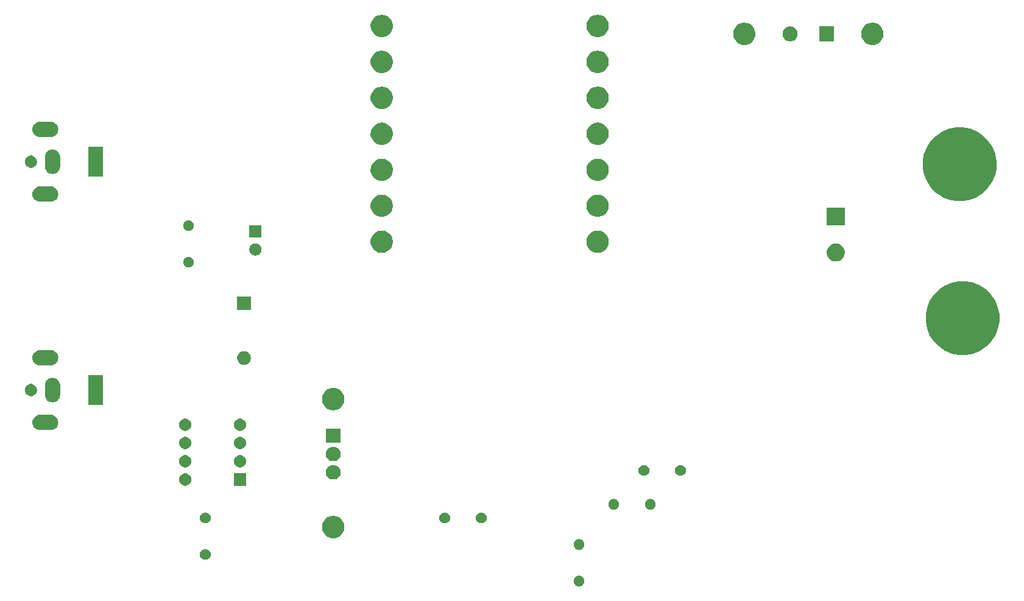
<source format=gbs>
G04 #@! TF.GenerationSoftware,KiCad,Pcbnew,(5.1.5)-3*
G04 #@! TF.CreationDate,2020-06-24T22:18:20+03:00*
G04 #@! TF.ProjectId,Hardwareproject,48617264-7761-4726-9570-726f6a656374,rev?*
G04 #@! TF.SameCoordinates,Original*
G04 #@! TF.FileFunction,Soldermask,Bot*
G04 #@! TF.FilePolarity,Negative*
%FSLAX46Y46*%
G04 Gerber Fmt 4.6, Leading zero omitted, Abs format (unit mm)*
G04 Created by KiCad (PCBNEW (5.1.5)-3) date 2020-06-24 22:18:20*
%MOMM*%
%LPD*%
G04 APERTURE LIST*
%ADD10C,0.100000*%
G04 APERTURE END LIST*
D10*
G36*
X108042059Y-122340860D02*
G01*
X108178732Y-122397472D01*
X108301735Y-122479660D01*
X108406340Y-122584265D01*
X108488528Y-122707268D01*
X108545140Y-122843941D01*
X108574000Y-122989033D01*
X108574000Y-123136967D01*
X108545140Y-123282059D01*
X108488528Y-123418732D01*
X108406340Y-123541735D01*
X108301735Y-123646340D01*
X108178732Y-123728528D01*
X108178731Y-123728529D01*
X108178730Y-123728529D01*
X108042059Y-123785140D01*
X107896968Y-123814000D01*
X107749032Y-123814000D01*
X107603941Y-123785140D01*
X107467270Y-123728529D01*
X107467269Y-123728529D01*
X107467268Y-123728528D01*
X107344265Y-123646340D01*
X107239660Y-123541735D01*
X107157472Y-123418732D01*
X107100860Y-123282059D01*
X107072000Y-123136967D01*
X107072000Y-122989033D01*
X107100860Y-122843941D01*
X107157472Y-122707268D01*
X107239660Y-122584265D01*
X107344265Y-122479660D01*
X107467268Y-122397472D01*
X107603941Y-122340860D01*
X107749032Y-122312000D01*
X107896968Y-122312000D01*
X108042059Y-122340860D01*
G37*
G36*
X56052143Y-118648528D02*
G01*
X56099059Y-118657860D01*
X56235732Y-118714472D01*
X56358735Y-118796660D01*
X56463340Y-118901265D01*
X56545528Y-119024268D01*
X56602140Y-119160941D01*
X56631000Y-119306033D01*
X56631000Y-119453967D01*
X56602140Y-119599059D01*
X56545528Y-119735732D01*
X56463340Y-119858735D01*
X56358735Y-119963340D01*
X56235732Y-120045528D01*
X56235731Y-120045529D01*
X56235730Y-120045529D01*
X56099059Y-120102140D01*
X55953968Y-120131000D01*
X55806032Y-120131000D01*
X55660941Y-120102140D01*
X55524270Y-120045529D01*
X55524269Y-120045529D01*
X55524268Y-120045528D01*
X55401265Y-119963340D01*
X55296660Y-119858735D01*
X55214472Y-119735732D01*
X55157860Y-119599059D01*
X55129000Y-119453967D01*
X55129000Y-119306033D01*
X55157860Y-119160941D01*
X55214472Y-119024268D01*
X55296660Y-118901265D01*
X55401265Y-118796660D01*
X55524268Y-118714472D01*
X55660941Y-118657860D01*
X55707857Y-118648528D01*
X55806032Y-118629000D01*
X55953968Y-118629000D01*
X56052143Y-118648528D01*
G37*
G36*
X108042059Y-117260860D02*
G01*
X108178732Y-117317472D01*
X108301735Y-117399660D01*
X108406340Y-117504265D01*
X108488528Y-117627268D01*
X108545140Y-117763941D01*
X108574000Y-117909033D01*
X108574000Y-118056967D01*
X108545140Y-118202059D01*
X108488528Y-118338732D01*
X108406340Y-118461735D01*
X108301735Y-118566340D01*
X108178732Y-118648528D01*
X108178731Y-118648529D01*
X108178730Y-118648529D01*
X108042059Y-118705140D01*
X107896968Y-118734000D01*
X107749032Y-118734000D01*
X107603941Y-118705140D01*
X107467270Y-118648529D01*
X107467269Y-118648529D01*
X107467268Y-118648528D01*
X107344265Y-118566340D01*
X107239660Y-118461735D01*
X107157472Y-118338732D01*
X107100860Y-118202059D01*
X107072000Y-118056967D01*
X107072000Y-117909033D01*
X107100860Y-117763941D01*
X107157472Y-117627268D01*
X107239660Y-117504265D01*
X107344265Y-117399660D01*
X107467268Y-117317472D01*
X107603941Y-117260860D01*
X107749032Y-117232000D01*
X107896968Y-117232000D01*
X108042059Y-117260860D01*
G37*
G36*
X73962585Y-114058802D02*
G01*
X74112410Y-114088604D01*
X74394674Y-114205521D01*
X74648705Y-114375259D01*
X74864741Y-114591295D01*
X75034479Y-114845326D01*
X75151396Y-115127590D01*
X75211000Y-115427240D01*
X75211000Y-115732760D01*
X75151396Y-116032410D01*
X75034479Y-116314674D01*
X74864741Y-116568705D01*
X74648705Y-116784741D01*
X74394674Y-116954479D01*
X74112410Y-117071396D01*
X73962585Y-117101198D01*
X73812761Y-117131000D01*
X73507239Y-117131000D01*
X73357415Y-117101198D01*
X73207590Y-117071396D01*
X72925326Y-116954479D01*
X72671295Y-116784741D01*
X72455259Y-116568705D01*
X72285521Y-116314674D01*
X72168604Y-116032410D01*
X72109000Y-115732760D01*
X72109000Y-115427240D01*
X72168604Y-115127590D01*
X72285521Y-114845326D01*
X72455259Y-114591295D01*
X72671295Y-114375259D01*
X72925326Y-114205521D01*
X73207590Y-114088604D01*
X73357415Y-114058802D01*
X73507239Y-114029000D01*
X73812761Y-114029000D01*
X73962585Y-114058802D01*
G37*
G36*
X94453059Y-113577860D02*
G01*
X94589732Y-113634472D01*
X94712735Y-113716660D01*
X94817340Y-113821265D01*
X94899528Y-113944268D01*
X94956140Y-114080941D01*
X94985000Y-114226033D01*
X94985000Y-114373967D01*
X94956140Y-114519059D01*
X94899528Y-114655732D01*
X94817340Y-114778735D01*
X94712735Y-114883340D01*
X94589732Y-114965528D01*
X94589731Y-114965529D01*
X94589730Y-114965529D01*
X94453059Y-115022140D01*
X94307968Y-115051000D01*
X94160032Y-115051000D01*
X94014941Y-115022140D01*
X93878270Y-114965529D01*
X93878269Y-114965529D01*
X93878268Y-114965528D01*
X93755265Y-114883340D01*
X93650660Y-114778735D01*
X93568472Y-114655732D01*
X93511860Y-114519059D01*
X93483000Y-114373967D01*
X93483000Y-114226033D01*
X93511860Y-114080941D01*
X93568472Y-113944268D01*
X93650660Y-113821265D01*
X93755265Y-113716660D01*
X93878268Y-113634472D01*
X94014941Y-113577860D01*
X94160032Y-113549000D01*
X94307968Y-113549000D01*
X94453059Y-113577860D01*
G37*
G36*
X89373059Y-113577860D02*
G01*
X89509732Y-113634472D01*
X89632735Y-113716660D01*
X89737340Y-113821265D01*
X89819528Y-113944268D01*
X89876140Y-114080941D01*
X89905000Y-114226033D01*
X89905000Y-114373967D01*
X89876140Y-114519059D01*
X89819528Y-114655732D01*
X89737340Y-114778735D01*
X89632735Y-114883340D01*
X89509732Y-114965528D01*
X89509731Y-114965529D01*
X89509730Y-114965529D01*
X89373059Y-115022140D01*
X89227968Y-115051000D01*
X89080032Y-115051000D01*
X88934941Y-115022140D01*
X88798270Y-114965529D01*
X88798269Y-114965529D01*
X88798268Y-114965528D01*
X88675265Y-114883340D01*
X88570660Y-114778735D01*
X88488472Y-114655732D01*
X88431860Y-114519059D01*
X88403000Y-114373967D01*
X88403000Y-114226033D01*
X88431860Y-114080941D01*
X88488472Y-113944268D01*
X88570660Y-113821265D01*
X88675265Y-113716660D01*
X88798268Y-113634472D01*
X88934941Y-113577860D01*
X89080032Y-113549000D01*
X89227968Y-113549000D01*
X89373059Y-113577860D01*
G37*
G36*
X56099059Y-113577860D02*
G01*
X56235732Y-113634472D01*
X56358735Y-113716660D01*
X56463340Y-113821265D01*
X56545528Y-113944268D01*
X56602140Y-114080941D01*
X56631000Y-114226033D01*
X56631000Y-114373967D01*
X56602140Y-114519059D01*
X56545528Y-114655732D01*
X56463340Y-114778735D01*
X56358735Y-114883340D01*
X56235732Y-114965528D01*
X56235731Y-114965529D01*
X56235730Y-114965529D01*
X56099059Y-115022140D01*
X55953968Y-115051000D01*
X55806032Y-115051000D01*
X55660941Y-115022140D01*
X55524270Y-114965529D01*
X55524269Y-114965529D01*
X55524268Y-114965528D01*
X55401265Y-114883340D01*
X55296660Y-114778735D01*
X55214472Y-114655732D01*
X55157860Y-114519059D01*
X55129000Y-114373967D01*
X55129000Y-114226033D01*
X55157860Y-114080941D01*
X55214472Y-113944268D01*
X55296660Y-113821265D01*
X55401265Y-113716660D01*
X55524268Y-113634472D01*
X55660941Y-113577860D01*
X55806032Y-113549000D01*
X55953968Y-113549000D01*
X56099059Y-113577860D01*
G37*
G36*
X112868059Y-111672860D02*
G01*
X113004732Y-111729472D01*
X113127735Y-111811660D01*
X113232340Y-111916265D01*
X113314528Y-112039268D01*
X113371140Y-112175941D01*
X113400000Y-112321033D01*
X113400000Y-112468967D01*
X113371140Y-112614059D01*
X113314528Y-112750732D01*
X113232340Y-112873735D01*
X113127735Y-112978340D01*
X113004732Y-113060528D01*
X113004731Y-113060529D01*
X113004730Y-113060529D01*
X112868059Y-113117140D01*
X112722968Y-113146000D01*
X112575032Y-113146000D01*
X112429941Y-113117140D01*
X112293270Y-113060529D01*
X112293269Y-113060529D01*
X112293268Y-113060528D01*
X112170265Y-112978340D01*
X112065660Y-112873735D01*
X111983472Y-112750732D01*
X111926860Y-112614059D01*
X111898000Y-112468967D01*
X111898000Y-112321033D01*
X111926860Y-112175941D01*
X111983472Y-112039268D01*
X112065660Y-111916265D01*
X112170265Y-111811660D01*
X112293268Y-111729472D01*
X112429941Y-111672860D01*
X112575032Y-111644000D01*
X112722968Y-111644000D01*
X112868059Y-111672860D01*
G37*
G36*
X117948059Y-111672860D02*
G01*
X118084732Y-111729472D01*
X118207735Y-111811660D01*
X118312340Y-111916265D01*
X118394528Y-112039268D01*
X118451140Y-112175941D01*
X118480000Y-112321033D01*
X118480000Y-112468967D01*
X118451140Y-112614059D01*
X118394528Y-112750732D01*
X118312340Y-112873735D01*
X118207735Y-112978340D01*
X118084732Y-113060528D01*
X118084731Y-113060529D01*
X118084730Y-113060529D01*
X117948059Y-113117140D01*
X117802968Y-113146000D01*
X117655032Y-113146000D01*
X117509941Y-113117140D01*
X117373270Y-113060529D01*
X117373269Y-113060529D01*
X117373268Y-113060528D01*
X117250265Y-112978340D01*
X117145660Y-112873735D01*
X117063472Y-112750732D01*
X117006860Y-112614059D01*
X116978000Y-112468967D01*
X116978000Y-112321033D01*
X117006860Y-112175941D01*
X117063472Y-112039268D01*
X117145660Y-111916265D01*
X117250265Y-111811660D01*
X117373268Y-111729472D01*
X117509941Y-111672860D01*
X117655032Y-111644000D01*
X117802968Y-111644000D01*
X117948059Y-111672860D01*
G37*
G36*
X61557000Y-109817000D02*
G01*
X59855000Y-109817000D01*
X59855000Y-108115000D01*
X61557000Y-108115000D01*
X61557000Y-109817000D01*
G37*
G36*
X53334228Y-108147703D02*
G01*
X53489100Y-108211853D01*
X53628481Y-108304985D01*
X53747015Y-108423519D01*
X53840147Y-108562900D01*
X53904297Y-108717772D01*
X53937000Y-108882184D01*
X53937000Y-109049816D01*
X53904297Y-109214228D01*
X53840147Y-109369100D01*
X53747015Y-109508481D01*
X53628481Y-109627015D01*
X53489100Y-109720147D01*
X53334228Y-109784297D01*
X53169816Y-109817000D01*
X53002184Y-109817000D01*
X52837772Y-109784297D01*
X52682900Y-109720147D01*
X52543519Y-109627015D01*
X52424985Y-109508481D01*
X52331853Y-109369100D01*
X52267703Y-109214228D01*
X52235000Y-109049816D01*
X52235000Y-108882184D01*
X52267703Y-108717772D01*
X52331853Y-108562900D01*
X52424985Y-108423519D01*
X52543519Y-108304985D01*
X52682900Y-108211853D01*
X52837772Y-108147703D01*
X53002184Y-108115000D01*
X53169816Y-108115000D01*
X53334228Y-108147703D01*
G37*
G36*
X73805936Y-106951340D02*
G01*
X73904220Y-106961020D01*
X74093381Y-107018401D01*
X74267712Y-107111583D01*
X74420515Y-107236985D01*
X74545917Y-107389788D01*
X74639099Y-107564119D01*
X74696480Y-107753280D01*
X74715855Y-107950000D01*
X74696480Y-108146720D01*
X74639099Y-108335881D01*
X74545917Y-108510212D01*
X74420515Y-108663015D01*
X74267712Y-108788417D01*
X74093381Y-108881599D01*
X73904220Y-108938980D01*
X73805936Y-108948660D01*
X73756795Y-108953500D01*
X73563205Y-108953500D01*
X73514064Y-108948660D01*
X73415780Y-108938980D01*
X73226619Y-108881599D01*
X73052288Y-108788417D01*
X72899485Y-108663015D01*
X72774083Y-108510212D01*
X72680901Y-108335881D01*
X72623520Y-108146720D01*
X72604145Y-107950000D01*
X72623520Y-107753280D01*
X72680901Y-107564119D01*
X72774083Y-107389788D01*
X72899485Y-107236985D01*
X73052288Y-107111583D01*
X73226619Y-107018401D01*
X73415780Y-106961020D01*
X73514064Y-106951340D01*
X73563205Y-106946500D01*
X73756795Y-106946500D01*
X73805936Y-106951340D01*
G37*
G36*
X122139059Y-106973860D02*
G01*
X122275732Y-107030472D01*
X122398735Y-107112660D01*
X122503340Y-107217265D01*
X122585528Y-107340268D01*
X122585529Y-107340270D01*
X122642140Y-107476941D01*
X122659481Y-107564119D01*
X122671000Y-107622033D01*
X122671000Y-107769967D01*
X122642140Y-107915059D01*
X122585528Y-108051732D01*
X122503340Y-108174735D01*
X122398735Y-108279340D01*
X122275732Y-108361528D01*
X122275731Y-108361529D01*
X122275730Y-108361529D01*
X122139059Y-108418140D01*
X121993968Y-108447000D01*
X121846032Y-108447000D01*
X121700941Y-108418140D01*
X121564270Y-108361529D01*
X121564269Y-108361529D01*
X121564268Y-108361528D01*
X121441265Y-108279340D01*
X121336660Y-108174735D01*
X121254472Y-108051732D01*
X121197860Y-107915059D01*
X121169000Y-107769967D01*
X121169000Y-107622033D01*
X121180520Y-107564119D01*
X121197860Y-107476941D01*
X121254471Y-107340270D01*
X121254472Y-107340268D01*
X121336660Y-107217265D01*
X121441265Y-107112660D01*
X121564268Y-107030472D01*
X121700941Y-106973860D01*
X121846032Y-106945000D01*
X121993968Y-106945000D01*
X122139059Y-106973860D01*
G37*
G36*
X117059059Y-106973860D02*
G01*
X117195732Y-107030472D01*
X117318735Y-107112660D01*
X117423340Y-107217265D01*
X117505528Y-107340268D01*
X117505529Y-107340270D01*
X117562140Y-107476941D01*
X117579481Y-107564119D01*
X117591000Y-107622033D01*
X117591000Y-107769967D01*
X117562140Y-107915059D01*
X117505528Y-108051732D01*
X117423340Y-108174735D01*
X117318735Y-108279340D01*
X117195732Y-108361528D01*
X117195731Y-108361529D01*
X117195730Y-108361529D01*
X117059059Y-108418140D01*
X116913968Y-108447000D01*
X116766032Y-108447000D01*
X116620941Y-108418140D01*
X116484270Y-108361529D01*
X116484269Y-108361529D01*
X116484268Y-108361528D01*
X116361265Y-108279340D01*
X116256660Y-108174735D01*
X116174472Y-108051732D01*
X116117860Y-107915059D01*
X116089000Y-107769967D01*
X116089000Y-107622033D01*
X116100520Y-107564119D01*
X116117860Y-107476941D01*
X116174471Y-107340270D01*
X116174472Y-107340268D01*
X116256660Y-107217265D01*
X116361265Y-107112660D01*
X116484268Y-107030472D01*
X116620941Y-106973860D01*
X116766032Y-106945000D01*
X116913968Y-106945000D01*
X117059059Y-106973860D01*
G37*
G36*
X60954228Y-105607703D02*
G01*
X61109100Y-105671853D01*
X61248481Y-105764985D01*
X61367015Y-105883519D01*
X61460147Y-106022900D01*
X61524297Y-106177772D01*
X61557000Y-106342184D01*
X61557000Y-106509816D01*
X61524297Y-106674228D01*
X61460147Y-106829100D01*
X61367015Y-106968481D01*
X61248481Y-107087015D01*
X61109100Y-107180147D01*
X60954228Y-107244297D01*
X60789816Y-107277000D01*
X60622184Y-107277000D01*
X60457772Y-107244297D01*
X60302900Y-107180147D01*
X60163519Y-107087015D01*
X60044985Y-106968481D01*
X59951853Y-106829100D01*
X59887703Y-106674228D01*
X59855000Y-106509816D01*
X59855000Y-106342184D01*
X59887703Y-106177772D01*
X59951853Y-106022900D01*
X60044985Y-105883519D01*
X60163519Y-105764985D01*
X60302900Y-105671853D01*
X60457772Y-105607703D01*
X60622184Y-105575000D01*
X60789816Y-105575000D01*
X60954228Y-105607703D01*
G37*
G36*
X53334228Y-105607703D02*
G01*
X53489100Y-105671853D01*
X53628481Y-105764985D01*
X53747015Y-105883519D01*
X53840147Y-106022900D01*
X53904297Y-106177772D01*
X53937000Y-106342184D01*
X53937000Y-106509816D01*
X53904297Y-106674228D01*
X53840147Y-106829100D01*
X53747015Y-106968481D01*
X53628481Y-107087015D01*
X53489100Y-107180147D01*
X53334228Y-107244297D01*
X53169816Y-107277000D01*
X53002184Y-107277000D01*
X52837772Y-107244297D01*
X52682900Y-107180147D01*
X52543519Y-107087015D01*
X52424985Y-106968481D01*
X52331853Y-106829100D01*
X52267703Y-106674228D01*
X52235000Y-106509816D01*
X52235000Y-106342184D01*
X52267703Y-106177772D01*
X52331853Y-106022900D01*
X52424985Y-105883519D01*
X52543519Y-105764985D01*
X52682900Y-105671853D01*
X52837772Y-105607703D01*
X53002184Y-105575000D01*
X53169816Y-105575000D01*
X53334228Y-105607703D01*
G37*
G36*
X73805936Y-104411340D02*
G01*
X73904220Y-104421020D01*
X74093381Y-104478401D01*
X74267712Y-104571583D01*
X74420515Y-104696985D01*
X74545917Y-104849788D01*
X74639099Y-105024119D01*
X74696480Y-105213280D01*
X74715855Y-105410000D01*
X74696480Y-105606720D01*
X74639099Y-105795881D01*
X74545917Y-105970212D01*
X74420515Y-106123015D01*
X74267712Y-106248417D01*
X74093381Y-106341599D01*
X73904220Y-106398980D01*
X73805936Y-106408660D01*
X73756795Y-106413500D01*
X73563205Y-106413500D01*
X73514064Y-106408660D01*
X73415780Y-106398980D01*
X73226619Y-106341599D01*
X73052288Y-106248417D01*
X72899485Y-106123015D01*
X72774083Y-105970212D01*
X72680901Y-105795881D01*
X72623520Y-105606720D01*
X72604145Y-105410000D01*
X72623520Y-105213280D01*
X72680901Y-105024119D01*
X72774083Y-104849788D01*
X72899485Y-104696985D01*
X73052288Y-104571583D01*
X73226619Y-104478401D01*
X73415780Y-104421020D01*
X73514064Y-104411340D01*
X73563205Y-104406500D01*
X73756795Y-104406500D01*
X73805936Y-104411340D01*
G37*
G36*
X60954228Y-103067703D02*
G01*
X61109100Y-103131853D01*
X61248481Y-103224985D01*
X61367015Y-103343519D01*
X61460147Y-103482900D01*
X61524297Y-103637772D01*
X61557000Y-103802184D01*
X61557000Y-103969816D01*
X61524297Y-104134228D01*
X61460147Y-104289100D01*
X61367015Y-104428481D01*
X61248481Y-104547015D01*
X61109100Y-104640147D01*
X60954228Y-104704297D01*
X60789816Y-104737000D01*
X60622184Y-104737000D01*
X60457772Y-104704297D01*
X60302900Y-104640147D01*
X60163519Y-104547015D01*
X60044985Y-104428481D01*
X59951853Y-104289100D01*
X59887703Y-104134228D01*
X59855000Y-103969816D01*
X59855000Y-103802184D01*
X59887703Y-103637772D01*
X59951853Y-103482900D01*
X60044985Y-103343519D01*
X60163519Y-103224985D01*
X60302900Y-103131853D01*
X60457772Y-103067703D01*
X60622184Y-103035000D01*
X60789816Y-103035000D01*
X60954228Y-103067703D01*
G37*
G36*
X53334228Y-103067703D02*
G01*
X53489100Y-103131853D01*
X53628481Y-103224985D01*
X53747015Y-103343519D01*
X53840147Y-103482900D01*
X53904297Y-103637772D01*
X53937000Y-103802184D01*
X53937000Y-103969816D01*
X53904297Y-104134228D01*
X53840147Y-104289100D01*
X53747015Y-104428481D01*
X53628481Y-104547015D01*
X53489100Y-104640147D01*
X53334228Y-104704297D01*
X53169816Y-104737000D01*
X53002184Y-104737000D01*
X52837772Y-104704297D01*
X52682900Y-104640147D01*
X52543519Y-104547015D01*
X52424985Y-104428481D01*
X52331853Y-104289100D01*
X52267703Y-104134228D01*
X52235000Y-103969816D01*
X52235000Y-103802184D01*
X52267703Y-103637772D01*
X52331853Y-103482900D01*
X52424985Y-103343519D01*
X52543519Y-103224985D01*
X52682900Y-103131853D01*
X52837772Y-103067703D01*
X53002184Y-103035000D01*
X53169816Y-103035000D01*
X53334228Y-103067703D01*
G37*
G36*
X74711000Y-103873500D02*
G01*
X72609000Y-103873500D01*
X72609000Y-101866500D01*
X74711000Y-101866500D01*
X74711000Y-103873500D01*
G37*
G36*
X53334228Y-100527703D02*
G01*
X53489100Y-100591853D01*
X53628481Y-100684985D01*
X53747015Y-100803519D01*
X53840147Y-100942900D01*
X53904297Y-101097772D01*
X53937000Y-101262184D01*
X53937000Y-101429816D01*
X53904297Y-101594228D01*
X53840147Y-101749100D01*
X53747015Y-101888481D01*
X53628481Y-102007015D01*
X53489100Y-102100147D01*
X53334228Y-102164297D01*
X53169816Y-102197000D01*
X53002184Y-102197000D01*
X52837772Y-102164297D01*
X52682900Y-102100147D01*
X52543519Y-102007015D01*
X52424985Y-101888481D01*
X52331853Y-101749100D01*
X52267703Y-101594228D01*
X52235000Y-101429816D01*
X52235000Y-101262184D01*
X52267703Y-101097772D01*
X52331853Y-100942900D01*
X52424985Y-100803519D01*
X52543519Y-100684985D01*
X52682900Y-100591853D01*
X52837772Y-100527703D01*
X53002184Y-100495000D01*
X53169816Y-100495000D01*
X53334228Y-100527703D01*
G37*
G36*
X60954228Y-100527703D02*
G01*
X61109100Y-100591853D01*
X61248481Y-100684985D01*
X61367015Y-100803519D01*
X61460147Y-100942900D01*
X61524297Y-101097772D01*
X61557000Y-101262184D01*
X61557000Y-101429816D01*
X61524297Y-101594228D01*
X61460147Y-101749100D01*
X61367015Y-101888481D01*
X61248481Y-102007015D01*
X61109100Y-102100147D01*
X60954228Y-102164297D01*
X60789816Y-102197000D01*
X60622184Y-102197000D01*
X60457772Y-102164297D01*
X60302900Y-102100147D01*
X60163519Y-102007015D01*
X60044985Y-101888481D01*
X59951853Y-101749100D01*
X59887703Y-101594228D01*
X59855000Y-101429816D01*
X59855000Y-101262184D01*
X59887703Y-101097772D01*
X59951853Y-100942900D01*
X60044985Y-100803519D01*
X60163519Y-100684985D01*
X60302900Y-100591853D01*
X60457772Y-100527703D01*
X60622184Y-100495000D01*
X60789816Y-100495000D01*
X60954228Y-100527703D01*
G37*
G36*
X34493097Y-99974069D02*
G01*
X34596032Y-99984207D01*
X34794146Y-100044305D01*
X34794149Y-100044306D01*
X34890975Y-100096061D01*
X34976729Y-100141897D01*
X35136765Y-100273235D01*
X35268103Y-100433271D01*
X35313939Y-100519025D01*
X35365694Y-100615851D01*
X35365695Y-100615854D01*
X35425793Y-100813968D01*
X35446085Y-101020000D01*
X35425793Y-101226032D01*
X35365695Y-101424146D01*
X35365694Y-101424149D01*
X35313939Y-101520975D01*
X35268103Y-101606729D01*
X35136765Y-101766765D01*
X34976729Y-101898103D01*
X34890975Y-101943939D01*
X34794149Y-101995694D01*
X34794146Y-101995695D01*
X34596032Y-102055793D01*
X34493097Y-102065931D01*
X34441631Y-102071000D01*
X32838369Y-102071000D01*
X32786903Y-102065931D01*
X32683968Y-102055793D01*
X32485854Y-101995695D01*
X32485851Y-101995694D01*
X32389025Y-101943939D01*
X32303271Y-101898103D01*
X32143235Y-101766765D01*
X32011897Y-101606729D01*
X31966061Y-101520975D01*
X31914306Y-101424149D01*
X31914305Y-101424146D01*
X31854207Y-101226032D01*
X31833915Y-101020000D01*
X31854207Y-100813968D01*
X31914305Y-100615854D01*
X31914306Y-100615851D01*
X31966061Y-100519025D01*
X32011897Y-100433271D01*
X32143235Y-100273235D01*
X32303271Y-100141897D01*
X32389025Y-100096061D01*
X32485851Y-100044306D01*
X32485854Y-100044305D01*
X32683968Y-99984207D01*
X32786903Y-99974069D01*
X32838369Y-99969000D01*
X34441631Y-99969000D01*
X34493097Y-99974069D01*
G37*
G36*
X73962585Y-96258802D02*
G01*
X74112410Y-96288604D01*
X74394674Y-96405521D01*
X74648705Y-96575259D01*
X74864741Y-96791295D01*
X75034479Y-97045326D01*
X75151396Y-97327590D01*
X75211000Y-97627240D01*
X75211000Y-97932760D01*
X75151396Y-98232410D01*
X75034479Y-98514674D01*
X74864741Y-98768705D01*
X74648705Y-98984741D01*
X74394674Y-99154479D01*
X74112410Y-99271396D01*
X73962585Y-99301198D01*
X73812761Y-99331000D01*
X73507239Y-99331000D01*
X73357415Y-99301198D01*
X73207590Y-99271396D01*
X72925326Y-99154479D01*
X72671295Y-98984741D01*
X72455259Y-98768705D01*
X72285521Y-98514674D01*
X72168604Y-98232410D01*
X72109000Y-97932760D01*
X72109000Y-97627240D01*
X72168604Y-97327590D01*
X72285521Y-97045326D01*
X72455259Y-96791295D01*
X72671295Y-96575259D01*
X72925326Y-96405521D01*
X73207590Y-96288604D01*
X73357415Y-96258802D01*
X73507239Y-96229000D01*
X73812761Y-96229000D01*
X73962585Y-96258802D01*
G37*
G36*
X41691000Y-98571000D02*
G01*
X39589000Y-98571000D01*
X39589000Y-94469000D01*
X41691000Y-94469000D01*
X41691000Y-98571000D01*
G37*
G36*
X34846032Y-94834207D02*
G01*
X35044146Y-94894305D01*
X35044149Y-94894306D01*
X35140975Y-94946061D01*
X35226729Y-94991897D01*
X35386765Y-95123235D01*
X35518103Y-95283271D01*
X35563939Y-95369025D01*
X35615694Y-95465851D01*
X35615695Y-95465854D01*
X35675793Y-95663968D01*
X35691000Y-95818370D01*
X35691000Y-97221630D01*
X35675793Y-97376032D01*
X35615695Y-97574145D01*
X35615694Y-97574149D01*
X35587316Y-97627240D01*
X35518103Y-97756729D01*
X35386765Y-97916765D01*
X35226729Y-98048103D01*
X35110030Y-98110479D01*
X35044148Y-98145694D01*
X35044145Y-98145695D01*
X34846031Y-98205793D01*
X34640000Y-98226085D01*
X34433968Y-98205793D01*
X34235854Y-98145695D01*
X34235851Y-98145694D01*
X34139025Y-98093939D01*
X34053271Y-98048103D01*
X33893235Y-97916765D01*
X33761897Y-97756729D01*
X33699521Y-97640030D01*
X33664306Y-97574148D01*
X33664305Y-97574145D01*
X33604207Y-97376031D01*
X33589000Y-97221629D01*
X33589000Y-95818369D01*
X33604207Y-95663970D01*
X33664305Y-95465853D01*
X33739184Y-95325766D01*
X33761898Y-95283271D01*
X33893236Y-95123235D01*
X34053272Y-94991897D01*
X34139026Y-94946061D01*
X34235852Y-94894306D01*
X34235855Y-94894305D01*
X34433969Y-94834207D01*
X34640000Y-94813915D01*
X34846032Y-94834207D01*
G37*
G36*
X31888228Y-95701703D02*
G01*
X32043100Y-95765853D01*
X32182481Y-95858985D01*
X32301015Y-95977519D01*
X32394147Y-96116900D01*
X32458297Y-96271772D01*
X32491000Y-96436184D01*
X32491000Y-96603816D01*
X32458297Y-96768228D01*
X32394147Y-96923100D01*
X32301015Y-97062481D01*
X32182481Y-97181015D01*
X32043100Y-97274147D01*
X31888228Y-97338297D01*
X31723816Y-97371000D01*
X31556184Y-97371000D01*
X31391772Y-97338297D01*
X31236900Y-97274147D01*
X31097519Y-97181015D01*
X30978985Y-97062481D01*
X30885853Y-96923100D01*
X30821703Y-96768228D01*
X30789000Y-96603816D01*
X30789000Y-96436184D01*
X30821703Y-96271772D01*
X30885853Y-96116900D01*
X30978985Y-95977519D01*
X31097519Y-95858985D01*
X31236900Y-95765853D01*
X31391772Y-95701703D01*
X31556184Y-95669000D01*
X31723816Y-95669000D01*
X31888228Y-95701703D01*
G37*
G36*
X34493097Y-90974069D02*
G01*
X34596032Y-90984207D01*
X34794146Y-91044305D01*
X34794149Y-91044306D01*
X34822449Y-91059433D01*
X34976729Y-91141897D01*
X35136765Y-91273235D01*
X35268103Y-91433271D01*
X35313939Y-91519025D01*
X35365694Y-91615851D01*
X35365695Y-91615854D01*
X35425793Y-91813968D01*
X35446085Y-92020000D01*
X35425793Y-92226032D01*
X35365695Y-92424146D01*
X35365694Y-92424149D01*
X35325115Y-92500066D01*
X35268103Y-92606729D01*
X35136765Y-92766765D01*
X34976729Y-92898103D01*
X34890975Y-92943939D01*
X34794149Y-92995694D01*
X34794146Y-92995695D01*
X34596032Y-93055793D01*
X34493097Y-93065931D01*
X34441631Y-93071000D01*
X32838369Y-93071000D01*
X32786903Y-93065931D01*
X32683968Y-93055793D01*
X32485854Y-92995695D01*
X32485851Y-92995694D01*
X32389025Y-92943939D01*
X32303271Y-92898103D01*
X32143235Y-92766765D01*
X32011897Y-92606729D01*
X31954885Y-92500066D01*
X31914306Y-92424149D01*
X31914305Y-92424146D01*
X31854207Y-92226032D01*
X31833915Y-92020000D01*
X31854207Y-91813968D01*
X31914305Y-91615854D01*
X31914306Y-91615851D01*
X31966061Y-91519025D01*
X32011897Y-91433271D01*
X32143235Y-91273235D01*
X32303271Y-91141897D01*
X32457551Y-91059433D01*
X32485851Y-91044306D01*
X32485854Y-91044305D01*
X32683968Y-90984207D01*
X32786903Y-90974069D01*
X32838369Y-90969000D01*
X34441631Y-90969000D01*
X34493097Y-90974069D01*
G37*
G36*
X61542195Y-91135146D02*
G01*
X61715266Y-91206834D01*
X61715267Y-91206835D01*
X61871027Y-91310910D01*
X62003490Y-91443373D01*
X62055881Y-91521782D01*
X62107566Y-91599134D01*
X62179254Y-91772205D01*
X62215800Y-91955933D01*
X62215800Y-92143267D01*
X62179254Y-92326995D01*
X62107566Y-92500066D01*
X62107565Y-92500067D01*
X62003490Y-92655827D01*
X61871027Y-92788290D01*
X61792618Y-92840681D01*
X61715266Y-92892366D01*
X61542195Y-92964054D01*
X61358467Y-93000600D01*
X61171133Y-93000600D01*
X60987405Y-92964054D01*
X60814334Y-92892366D01*
X60736982Y-92840681D01*
X60658573Y-92788290D01*
X60526110Y-92655827D01*
X60422035Y-92500067D01*
X60422034Y-92500066D01*
X60350346Y-92326995D01*
X60313800Y-92143267D01*
X60313800Y-91955933D01*
X60350346Y-91772205D01*
X60422034Y-91599134D01*
X60473719Y-91521782D01*
X60526110Y-91443373D01*
X60658573Y-91310910D01*
X60814333Y-91206835D01*
X60814334Y-91206834D01*
X60987405Y-91135146D01*
X61171133Y-91098600D01*
X61358467Y-91098600D01*
X61542195Y-91135146D01*
G37*
G36*
X162138608Y-81479990D02*
G01*
X162634258Y-81578581D01*
X163568040Y-81965367D01*
X164408422Y-82526892D01*
X165123108Y-83241578D01*
X165684633Y-84081960D01*
X166071419Y-85015742D01*
X166268600Y-86007041D01*
X166268600Y-87017759D01*
X166071419Y-88009058D01*
X165684633Y-88942840D01*
X165123108Y-89783222D01*
X164408422Y-90497908D01*
X163568040Y-91059433D01*
X162634258Y-91446219D01*
X162138608Y-91544810D01*
X161642961Y-91643400D01*
X160632239Y-91643400D01*
X160136592Y-91544810D01*
X159640942Y-91446219D01*
X158707160Y-91059433D01*
X157866778Y-90497908D01*
X157152092Y-89783222D01*
X156590567Y-88942840D01*
X156203781Y-88009058D01*
X156006600Y-87017759D01*
X156006600Y-86007041D01*
X156203781Y-85015742D01*
X156590567Y-84081960D01*
X157152092Y-83241578D01*
X157866778Y-82526892D01*
X158707160Y-81965367D01*
X159640942Y-81578581D01*
X160136592Y-81479990D01*
X160632239Y-81381400D01*
X161642961Y-81381400D01*
X162138608Y-81479990D01*
G37*
G36*
X62215800Y-85380600D02*
G01*
X60313800Y-85380600D01*
X60313800Y-83478600D01*
X62215800Y-83478600D01*
X62215800Y-85380600D01*
G37*
G36*
X53762259Y-78017860D02*
G01*
X53898932Y-78074472D01*
X54021935Y-78156660D01*
X54126540Y-78261265D01*
X54208728Y-78384268D01*
X54265340Y-78520941D01*
X54294200Y-78666033D01*
X54294200Y-78813967D01*
X54265340Y-78959059D01*
X54208728Y-79095732D01*
X54126540Y-79218735D01*
X54021935Y-79323340D01*
X53898932Y-79405528D01*
X53898931Y-79405529D01*
X53898930Y-79405529D01*
X53762259Y-79462140D01*
X53617168Y-79491000D01*
X53469232Y-79491000D01*
X53324141Y-79462140D01*
X53187470Y-79405529D01*
X53187469Y-79405529D01*
X53187468Y-79405528D01*
X53064465Y-79323340D01*
X52959860Y-79218735D01*
X52877672Y-79095732D01*
X52821060Y-78959059D01*
X52792200Y-78813967D01*
X52792200Y-78666033D01*
X52821060Y-78520941D01*
X52877672Y-78384268D01*
X52959860Y-78261265D01*
X53064465Y-78156660D01*
X53187468Y-78074472D01*
X53324141Y-78017860D01*
X53469232Y-77989000D01*
X53617168Y-77989000D01*
X53762259Y-78017860D01*
G37*
G36*
X143874903Y-76187075D02*
G01*
X144102571Y-76281378D01*
X144307466Y-76418285D01*
X144481715Y-76592534D01*
X144569940Y-76724572D01*
X144618623Y-76797431D01*
X144656545Y-76888984D01*
X144712925Y-77025097D01*
X144761000Y-77266787D01*
X144761000Y-77513213D01*
X144712925Y-77754903D01*
X144618622Y-77982571D01*
X144481715Y-78187466D01*
X144307466Y-78361715D01*
X144102571Y-78498622D01*
X144102570Y-78498623D01*
X144102569Y-78498623D01*
X143874903Y-78592925D01*
X143633214Y-78641000D01*
X143386786Y-78641000D01*
X143145097Y-78592925D01*
X142917431Y-78498623D01*
X142917430Y-78498623D01*
X142917429Y-78498622D01*
X142712534Y-78361715D01*
X142538285Y-78187466D01*
X142401378Y-77982571D01*
X142307075Y-77754903D01*
X142259000Y-77513213D01*
X142259000Y-77266787D01*
X142307075Y-77025097D01*
X142363455Y-76888984D01*
X142401377Y-76797431D01*
X142450060Y-76724572D01*
X142538285Y-76592534D01*
X142712534Y-76418285D01*
X142917429Y-76281378D01*
X143145097Y-76187075D01*
X143386786Y-76139000D01*
X143633214Y-76139000D01*
X143874903Y-76187075D01*
G37*
G36*
X63087828Y-76154503D02*
G01*
X63242700Y-76218653D01*
X63382081Y-76311785D01*
X63500615Y-76430319D01*
X63593747Y-76569700D01*
X63657897Y-76724572D01*
X63690600Y-76888984D01*
X63690600Y-77056616D01*
X63657897Y-77221028D01*
X63593747Y-77375900D01*
X63500615Y-77515281D01*
X63382081Y-77633815D01*
X63242700Y-77726947D01*
X63087828Y-77791097D01*
X62923416Y-77823800D01*
X62755784Y-77823800D01*
X62591372Y-77791097D01*
X62436500Y-77726947D01*
X62297119Y-77633815D01*
X62178585Y-77515281D01*
X62085453Y-77375900D01*
X62021303Y-77221028D01*
X61988600Y-77056616D01*
X61988600Y-76888984D01*
X62021303Y-76724572D01*
X62085453Y-76569700D01*
X62178585Y-76430319D01*
X62297119Y-76311785D01*
X62436500Y-76218653D01*
X62591372Y-76154503D01*
X62755784Y-76121800D01*
X62923416Y-76121800D01*
X63087828Y-76154503D01*
G37*
G36*
X110718985Y-74374002D02*
G01*
X110868810Y-74403804D01*
X111151074Y-74520721D01*
X111405105Y-74690459D01*
X111621141Y-74906495D01*
X111790879Y-75160526D01*
X111907796Y-75442790D01*
X111967400Y-75742440D01*
X111967400Y-76047960D01*
X111907796Y-76347610D01*
X111790879Y-76629874D01*
X111621141Y-76883905D01*
X111405105Y-77099941D01*
X111151074Y-77269679D01*
X110868810Y-77386596D01*
X110718985Y-77416398D01*
X110569161Y-77446200D01*
X110263639Y-77446200D01*
X110113815Y-77416398D01*
X109963990Y-77386596D01*
X109681726Y-77269679D01*
X109427695Y-77099941D01*
X109211659Y-76883905D01*
X109041921Y-76629874D01*
X108925004Y-76347610D01*
X108865400Y-76047960D01*
X108865400Y-75742440D01*
X108925004Y-75442790D01*
X109041921Y-75160526D01*
X109211659Y-74906495D01*
X109427695Y-74690459D01*
X109681726Y-74520721D01*
X109963990Y-74403804D01*
X110113815Y-74374002D01*
X110263639Y-74344200D01*
X110569161Y-74344200D01*
X110718985Y-74374002D01*
G37*
G36*
X80669043Y-74364069D02*
G01*
X80868810Y-74403805D01*
X81151074Y-74520722D01*
X81405104Y-74690460D01*
X81621140Y-74906496D01*
X81790878Y-75160526D01*
X81907795Y-75442790D01*
X81967399Y-75742440D01*
X81967399Y-76047960D01*
X81907795Y-76347610D01*
X81790878Y-76629874D01*
X81621140Y-76883904D01*
X81405104Y-77099940D01*
X81151074Y-77269678D01*
X80868810Y-77386595D01*
X80669043Y-77426331D01*
X80569161Y-77446199D01*
X80263639Y-77446199D01*
X80163757Y-77426331D01*
X79963990Y-77386595D01*
X79681726Y-77269678D01*
X79427696Y-77099940D01*
X79211660Y-76883904D01*
X79041922Y-76629874D01*
X78925005Y-76347610D01*
X78865401Y-76047960D01*
X78865401Y-75742440D01*
X78925005Y-75442790D01*
X79041922Y-75160526D01*
X79211660Y-74906496D01*
X79427696Y-74690460D01*
X79681726Y-74520722D01*
X79963990Y-74403805D01*
X80163757Y-74364069D01*
X80263639Y-74344201D01*
X80569161Y-74344201D01*
X80669043Y-74364069D01*
G37*
G36*
X63690600Y-75323800D02*
G01*
X61988600Y-75323800D01*
X61988600Y-73621800D01*
X63690600Y-73621800D01*
X63690600Y-75323800D01*
G37*
G36*
X53762259Y-72937860D02*
G01*
X53898932Y-72994472D01*
X54021935Y-73076660D01*
X54126540Y-73181265D01*
X54208728Y-73304268D01*
X54265340Y-73440941D01*
X54294200Y-73586033D01*
X54294200Y-73733967D01*
X54265340Y-73879059D01*
X54208728Y-74015732D01*
X54126540Y-74138735D01*
X54021935Y-74243340D01*
X53898932Y-74325528D01*
X53898931Y-74325529D01*
X53898930Y-74325529D01*
X53762259Y-74382140D01*
X53617168Y-74411000D01*
X53469232Y-74411000D01*
X53324141Y-74382140D01*
X53187470Y-74325529D01*
X53187469Y-74325529D01*
X53187468Y-74325528D01*
X53064465Y-74243340D01*
X52959860Y-74138735D01*
X52877672Y-74015732D01*
X52821060Y-73879059D01*
X52792200Y-73733967D01*
X52792200Y-73586033D01*
X52821060Y-73440941D01*
X52877672Y-73304268D01*
X52959860Y-73181265D01*
X53064465Y-73076660D01*
X53187468Y-72994472D01*
X53324141Y-72937860D01*
X53469232Y-72909000D01*
X53617168Y-72909000D01*
X53762259Y-72937860D01*
G37*
G36*
X144761000Y-73641000D02*
G01*
X142259000Y-73641000D01*
X142259000Y-71139000D01*
X144761000Y-71139000D01*
X144761000Y-73641000D01*
G37*
G36*
X80718985Y-69374002D02*
G01*
X80868810Y-69403804D01*
X81151074Y-69520721D01*
X81405105Y-69690459D01*
X81621141Y-69906495D01*
X81790879Y-70160526D01*
X81907796Y-70442790D01*
X81967400Y-70742440D01*
X81967400Y-71047960D01*
X81907796Y-71347610D01*
X81790879Y-71629874D01*
X81621141Y-71883905D01*
X81405105Y-72099941D01*
X81151074Y-72269679D01*
X80868810Y-72386596D01*
X80718985Y-72416398D01*
X80569161Y-72446200D01*
X80263639Y-72446200D01*
X80113815Y-72416398D01*
X79963990Y-72386596D01*
X79681726Y-72269679D01*
X79427695Y-72099941D01*
X79211659Y-71883905D01*
X79041921Y-71629874D01*
X78925004Y-71347610D01*
X78865400Y-71047960D01*
X78865400Y-70742440D01*
X78925004Y-70442790D01*
X79041921Y-70160526D01*
X79211659Y-69906495D01*
X79427695Y-69690459D01*
X79681726Y-69520721D01*
X79963990Y-69403804D01*
X80113815Y-69374002D01*
X80263639Y-69344200D01*
X80569161Y-69344200D01*
X80718985Y-69374002D01*
G37*
G36*
X110669043Y-69364069D02*
G01*
X110868810Y-69403805D01*
X111151074Y-69520722D01*
X111405104Y-69690460D01*
X111621140Y-69906496D01*
X111790878Y-70160526D01*
X111907795Y-70442790D01*
X111967399Y-70742440D01*
X111967399Y-71047960D01*
X111907795Y-71347610D01*
X111790878Y-71629874D01*
X111621140Y-71883904D01*
X111405104Y-72099940D01*
X111151074Y-72269678D01*
X110868810Y-72386595D01*
X110669043Y-72426331D01*
X110569161Y-72446199D01*
X110263639Y-72446199D01*
X110163757Y-72426331D01*
X109963990Y-72386595D01*
X109681726Y-72269678D01*
X109427696Y-72099940D01*
X109211660Y-71883904D01*
X109041922Y-71629874D01*
X108925005Y-71347610D01*
X108865401Y-71047960D01*
X108865401Y-70742440D01*
X108925005Y-70442790D01*
X109041922Y-70160526D01*
X109211660Y-69906496D01*
X109427696Y-69690460D01*
X109681726Y-69520722D01*
X109963990Y-69403805D01*
X110163757Y-69364069D01*
X110263639Y-69344201D01*
X110569161Y-69344201D01*
X110669043Y-69364069D01*
G37*
G36*
X34493097Y-68224069D02*
G01*
X34596032Y-68234207D01*
X34794146Y-68294305D01*
X34794149Y-68294306D01*
X34890975Y-68346061D01*
X34976729Y-68391897D01*
X35136765Y-68523235D01*
X35268103Y-68683271D01*
X35313939Y-68769025D01*
X35365694Y-68865851D01*
X35365695Y-68865854D01*
X35425793Y-69063968D01*
X35446085Y-69270000D01*
X35425793Y-69476032D01*
X35412236Y-69520722D01*
X35365694Y-69674149D01*
X35313939Y-69770975D01*
X35268103Y-69856729D01*
X35136765Y-70016765D01*
X34976729Y-70148103D01*
X34953483Y-70160528D01*
X34794149Y-70245694D01*
X34794146Y-70245695D01*
X34596032Y-70305793D01*
X34493097Y-70315931D01*
X34441631Y-70321000D01*
X32838369Y-70321000D01*
X32786903Y-70315931D01*
X32683968Y-70305793D01*
X32485854Y-70245695D01*
X32485851Y-70245694D01*
X32326517Y-70160528D01*
X32303271Y-70148103D01*
X32143235Y-70016765D01*
X32011897Y-69856729D01*
X31966061Y-69770975D01*
X31914306Y-69674149D01*
X31867764Y-69520722D01*
X31854207Y-69476032D01*
X31833915Y-69270000D01*
X31854207Y-69063968D01*
X31914305Y-68865854D01*
X31914306Y-68865851D01*
X31966061Y-68769025D01*
X32011897Y-68683271D01*
X32143235Y-68523235D01*
X32303271Y-68391897D01*
X32389025Y-68346061D01*
X32485851Y-68294306D01*
X32485854Y-68294305D01*
X32683968Y-68234207D01*
X32786903Y-68224069D01*
X32838369Y-68219000D01*
X34441631Y-68219000D01*
X34493097Y-68224069D01*
G37*
G36*
X161585297Y-60063968D02*
G01*
X162227858Y-60191781D01*
X163161640Y-60578567D01*
X164002022Y-61140092D01*
X164716708Y-61854778D01*
X165278233Y-62695160D01*
X165665019Y-63628942D01*
X165721714Y-63913968D01*
X165862200Y-64620239D01*
X165862200Y-65630961D01*
X165823772Y-65824149D01*
X165665019Y-66622258D01*
X165278233Y-67556040D01*
X164716708Y-68396422D01*
X164002022Y-69111108D01*
X163161640Y-69672633D01*
X163161639Y-69672634D01*
X163161638Y-69672634D01*
X163118602Y-69690460D01*
X162227858Y-70059419D01*
X161782012Y-70148103D01*
X161236561Y-70256600D01*
X160225839Y-70256600D01*
X159680388Y-70148103D01*
X159234542Y-70059419D01*
X158343798Y-69690460D01*
X158300762Y-69672634D01*
X158300761Y-69672634D01*
X158300760Y-69672633D01*
X157460378Y-69111108D01*
X156745692Y-68396422D01*
X156184167Y-67556040D01*
X155797381Y-66622258D01*
X155638628Y-65824149D01*
X155600200Y-65630961D01*
X155600200Y-64620239D01*
X155740686Y-63913968D01*
X155797381Y-63628942D01*
X156184167Y-62695160D01*
X156745692Y-61854778D01*
X157460378Y-61140092D01*
X158300760Y-60578567D01*
X159234542Y-60191781D01*
X159877103Y-60063968D01*
X160225839Y-59994600D01*
X161236561Y-59994600D01*
X161585297Y-60063968D01*
G37*
G36*
X110683281Y-64366900D02*
G01*
X110868810Y-64403804D01*
X111151074Y-64520721D01*
X111405105Y-64690459D01*
X111621141Y-64906495D01*
X111790879Y-65160526D01*
X111907796Y-65442790D01*
X111913533Y-65471631D01*
X111945226Y-65630961D01*
X111967400Y-65742440D01*
X111967400Y-66047960D01*
X111907796Y-66347610D01*
X111790879Y-66629874D01*
X111621141Y-66883905D01*
X111405105Y-67099941D01*
X111151074Y-67269679D01*
X110868810Y-67386596D01*
X110718985Y-67416398D01*
X110569161Y-67446200D01*
X110263639Y-67446200D01*
X110113815Y-67416398D01*
X109963990Y-67386596D01*
X109681726Y-67269679D01*
X109427695Y-67099941D01*
X109211659Y-66883905D01*
X109041921Y-66629874D01*
X108925004Y-66347610D01*
X108865400Y-66047960D01*
X108865400Y-65742440D01*
X108887575Y-65630961D01*
X108919267Y-65471631D01*
X108925004Y-65442790D01*
X109041921Y-65160526D01*
X109211659Y-64906495D01*
X109427695Y-64690459D01*
X109681726Y-64520721D01*
X109963990Y-64403804D01*
X110149519Y-64366900D01*
X110263639Y-64344200D01*
X110569161Y-64344200D01*
X110683281Y-64366900D01*
G37*
G36*
X80683281Y-64366900D02*
G01*
X80868810Y-64403804D01*
X81151074Y-64520721D01*
X81405105Y-64690459D01*
X81621141Y-64906495D01*
X81790879Y-65160526D01*
X81907796Y-65442790D01*
X81913533Y-65471631D01*
X81945226Y-65630961D01*
X81967400Y-65742440D01*
X81967400Y-66047960D01*
X81907796Y-66347610D01*
X81790879Y-66629874D01*
X81621141Y-66883905D01*
X81405105Y-67099941D01*
X81151074Y-67269679D01*
X80868810Y-67386596D01*
X80718985Y-67416398D01*
X80569161Y-67446200D01*
X80263639Y-67446200D01*
X80113815Y-67416398D01*
X79963990Y-67386596D01*
X79681726Y-67269679D01*
X79427695Y-67099941D01*
X79211659Y-66883905D01*
X79041921Y-66629874D01*
X78925004Y-66347610D01*
X78865400Y-66047960D01*
X78865400Y-65742440D01*
X78887575Y-65630961D01*
X78919267Y-65471631D01*
X78925004Y-65442790D01*
X79041921Y-65160526D01*
X79211659Y-64906495D01*
X79427695Y-64690459D01*
X79681726Y-64520721D01*
X79963990Y-64403804D01*
X80149519Y-64366900D01*
X80263639Y-64344200D01*
X80569161Y-64344200D01*
X80683281Y-64366900D01*
G37*
G36*
X41691000Y-66821000D02*
G01*
X39589000Y-66821000D01*
X39589000Y-62719000D01*
X41691000Y-62719000D01*
X41691000Y-66821000D01*
G37*
G36*
X34846032Y-63084207D02*
G01*
X35044146Y-63144305D01*
X35044149Y-63144306D01*
X35140975Y-63196061D01*
X35226729Y-63241897D01*
X35386765Y-63373235D01*
X35518103Y-63533271D01*
X35563939Y-63619025D01*
X35615694Y-63715851D01*
X35615695Y-63715854D01*
X35675793Y-63913968D01*
X35691000Y-64068370D01*
X35691000Y-65471630D01*
X35675793Y-65626032D01*
X35615695Y-65824145D01*
X35615694Y-65824149D01*
X35563939Y-65920975D01*
X35518103Y-66006729D01*
X35386765Y-66166765D01*
X35226729Y-66298103D01*
X35110030Y-66360479D01*
X35044148Y-66395694D01*
X35044145Y-66395695D01*
X34846031Y-66455793D01*
X34640000Y-66476085D01*
X34433968Y-66455793D01*
X34235854Y-66395695D01*
X34235851Y-66395694D01*
X34139025Y-66343939D01*
X34053271Y-66298103D01*
X33893235Y-66166765D01*
X33761897Y-66006729D01*
X33664307Y-65824149D01*
X33664306Y-65824148D01*
X33639520Y-65742440D01*
X33604207Y-65626031D01*
X33589000Y-65471629D01*
X33589000Y-64068369D01*
X33604207Y-63913970D01*
X33664305Y-63715853D01*
X33739184Y-63575765D01*
X33761898Y-63533271D01*
X33893236Y-63373235D01*
X34053272Y-63241897D01*
X34139026Y-63196061D01*
X34235852Y-63144306D01*
X34235855Y-63144305D01*
X34433969Y-63084207D01*
X34640000Y-63063915D01*
X34846032Y-63084207D01*
G37*
G36*
X31888228Y-63951703D02*
G01*
X32043100Y-64015853D01*
X32182481Y-64108985D01*
X32301015Y-64227519D01*
X32394147Y-64366900D01*
X32458297Y-64521772D01*
X32491000Y-64686184D01*
X32491000Y-64853816D01*
X32458297Y-65018228D01*
X32394147Y-65173100D01*
X32301015Y-65312481D01*
X32182481Y-65431015D01*
X32043100Y-65524147D01*
X31888228Y-65588297D01*
X31723816Y-65621000D01*
X31556184Y-65621000D01*
X31391772Y-65588297D01*
X31236900Y-65524147D01*
X31097519Y-65431015D01*
X30978985Y-65312481D01*
X30885853Y-65173100D01*
X30821703Y-65018228D01*
X30789000Y-64853816D01*
X30789000Y-64686184D01*
X30821703Y-64521772D01*
X30885853Y-64366900D01*
X30978985Y-64227519D01*
X31097519Y-64108985D01*
X31236900Y-64015853D01*
X31391772Y-63951703D01*
X31556184Y-63919000D01*
X31723816Y-63919000D01*
X31888228Y-63951703D01*
G37*
G36*
X110718985Y-59374002D02*
G01*
X110868810Y-59403804D01*
X111151074Y-59520721D01*
X111405105Y-59690459D01*
X111621141Y-59906495D01*
X111790879Y-60160526D01*
X111836224Y-60270000D01*
X111907796Y-60442791D01*
X111953816Y-60674146D01*
X111967400Y-60742440D01*
X111967400Y-61047960D01*
X111907796Y-61347610D01*
X111790879Y-61629874D01*
X111621141Y-61883905D01*
X111405105Y-62099941D01*
X111151074Y-62269679D01*
X110868810Y-62386596D01*
X110718985Y-62416398D01*
X110569161Y-62446200D01*
X110263639Y-62446200D01*
X110113815Y-62416398D01*
X109963990Y-62386596D01*
X109681726Y-62269679D01*
X109427695Y-62099941D01*
X109211659Y-61883905D01*
X109041921Y-61629874D01*
X108925004Y-61347610D01*
X108865400Y-61047960D01*
X108865400Y-60742440D01*
X108878985Y-60674146D01*
X108925004Y-60442791D01*
X108996576Y-60270000D01*
X109041921Y-60160526D01*
X109211659Y-59906495D01*
X109427695Y-59690459D01*
X109681726Y-59520721D01*
X109963990Y-59403804D01*
X110113815Y-59374002D01*
X110263639Y-59344200D01*
X110569161Y-59344200D01*
X110718985Y-59374002D01*
G37*
G36*
X80669043Y-59364069D02*
G01*
X80868810Y-59403805D01*
X81151074Y-59520722D01*
X81405104Y-59690460D01*
X81621140Y-59906496D01*
X81790878Y-60160526D01*
X81907795Y-60442790D01*
X81907795Y-60442792D01*
X81953815Y-60674146D01*
X81967399Y-60742440D01*
X81967399Y-61047960D01*
X81907795Y-61347610D01*
X81790878Y-61629874D01*
X81621140Y-61883904D01*
X81405104Y-62099940D01*
X81151074Y-62269678D01*
X80868810Y-62386595D01*
X80669043Y-62426331D01*
X80569161Y-62446199D01*
X80263639Y-62446199D01*
X80163757Y-62426331D01*
X79963990Y-62386595D01*
X79681726Y-62269678D01*
X79427696Y-62099940D01*
X79211660Y-61883904D01*
X79041922Y-61629874D01*
X78925005Y-61347610D01*
X78865401Y-61047960D01*
X78865401Y-60742440D01*
X78878986Y-60674146D01*
X78925005Y-60442792D01*
X78925005Y-60442790D01*
X79041922Y-60160526D01*
X79211660Y-59906496D01*
X79427696Y-59690460D01*
X79681726Y-59520722D01*
X79963990Y-59403805D01*
X80163757Y-59364069D01*
X80263639Y-59344201D01*
X80569161Y-59344201D01*
X80669043Y-59364069D01*
G37*
G36*
X34493097Y-59224069D02*
G01*
X34596032Y-59234207D01*
X34794146Y-59294305D01*
X34794149Y-59294306D01*
X34890975Y-59346061D01*
X34976729Y-59391897D01*
X35136765Y-59523235D01*
X35268103Y-59683271D01*
X35313939Y-59769025D01*
X35365694Y-59865851D01*
X35365695Y-59865854D01*
X35425793Y-60063968D01*
X35446085Y-60270000D01*
X35425793Y-60476032D01*
X35394689Y-60578566D01*
X35365694Y-60674149D01*
X35313939Y-60770975D01*
X35268103Y-60856729D01*
X35136765Y-61016765D01*
X34976729Y-61148103D01*
X34890975Y-61193939D01*
X34794149Y-61245694D01*
X34794146Y-61245695D01*
X34596032Y-61305793D01*
X34493097Y-61315931D01*
X34441631Y-61321000D01*
X32838369Y-61321000D01*
X32786903Y-61315931D01*
X32683968Y-61305793D01*
X32485854Y-61245695D01*
X32485851Y-61245694D01*
X32389025Y-61193939D01*
X32303271Y-61148103D01*
X32143235Y-61016765D01*
X32011897Y-60856729D01*
X31966061Y-60770975D01*
X31914306Y-60674149D01*
X31885311Y-60578566D01*
X31854207Y-60476032D01*
X31833915Y-60270000D01*
X31854207Y-60063968D01*
X31914305Y-59865854D01*
X31914306Y-59865851D01*
X31966061Y-59769025D01*
X32011897Y-59683271D01*
X32143235Y-59523235D01*
X32303271Y-59391897D01*
X32389025Y-59346061D01*
X32485851Y-59294306D01*
X32485854Y-59294305D01*
X32683968Y-59234207D01*
X32786903Y-59224069D01*
X32838369Y-59219000D01*
X34441631Y-59219000D01*
X34493097Y-59224069D01*
G37*
G36*
X110718985Y-54374002D02*
G01*
X110868810Y-54403804D01*
X111151074Y-54520721D01*
X111405105Y-54690459D01*
X111621141Y-54906495D01*
X111790879Y-55160526D01*
X111907796Y-55442790D01*
X111967400Y-55742440D01*
X111967400Y-56047960D01*
X111907796Y-56347610D01*
X111790879Y-56629874D01*
X111621141Y-56883905D01*
X111405105Y-57099941D01*
X111151074Y-57269679D01*
X110868810Y-57386596D01*
X110718985Y-57416398D01*
X110569161Y-57446200D01*
X110263639Y-57446200D01*
X110113815Y-57416398D01*
X109963990Y-57386596D01*
X109681726Y-57269679D01*
X109427695Y-57099941D01*
X109211659Y-56883905D01*
X109041921Y-56629874D01*
X108925004Y-56347610D01*
X108865400Y-56047960D01*
X108865400Y-55742440D01*
X108925004Y-55442790D01*
X109041921Y-55160526D01*
X109211659Y-54906495D01*
X109427695Y-54690459D01*
X109681726Y-54520721D01*
X109963990Y-54403804D01*
X110113815Y-54374002D01*
X110263639Y-54344200D01*
X110569161Y-54344200D01*
X110718985Y-54374002D01*
G37*
G36*
X80669043Y-54364069D02*
G01*
X80868810Y-54403805D01*
X81151074Y-54520722D01*
X81405104Y-54690460D01*
X81621140Y-54906496D01*
X81790878Y-55160526D01*
X81907795Y-55442790D01*
X81967399Y-55742440D01*
X81967399Y-56047960D01*
X81907795Y-56347610D01*
X81790878Y-56629874D01*
X81621140Y-56883904D01*
X81405104Y-57099940D01*
X81151074Y-57269678D01*
X80868810Y-57386595D01*
X80669043Y-57426331D01*
X80569161Y-57446199D01*
X80263639Y-57446199D01*
X80163757Y-57426331D01*
X79963990Y-57386595D01*
X79681726Y-57269678D01*
X79427696Y-57099940D01*
X79211660Y-56883904D01*
X79041922Y-56629874D01*
X78925005Y-56347610D01*
X78865401Y-56047960D01*
X78865401Y-55742440D01*
X78925005Y-55442790D01*
X79041922Y-55160526D01*
X79211660Y-54906496D01*
X79427696Y-54690460D01*
X79681726Y-54520722D01*
X79963990Y-54403805D01*
X80163757Y-54364069D01*
X80263639Y-54344201D01*
X80569161Y-54344201D01*
X80669043Y-54364069D01*
G37*
G36*
X80718985Y-49374002D02*
G01*
X80868810Y-49403804D01*
X81151074Y-49520721D01*
X81405105Y-49690459D01*
X81621141Y-49906495D01*
X81790879Y-50160526D01*
X81907796Y-50442790D01*
X81967400Y-50742440D01*
X81967400Y-51047960D01*
X81907796Y-51347610D01*
X81790879Y-51629874D01*
X81621141Y-51883905D01*
X81405105Y-52099941D01*
X81151074Y-52269679D01*
X80868810Y-52386596D01*
X80718985Y-52416398D01*
X80569161Y-52446200D01*
X80263639Y-52446200D01*
X80113815Y-52416398D01*
X79963990Y-52386596D01*
X79681726Y-52269679D01*
X79427695Y-52099941D01*
X79211659Y-51883905D01*
X79041921Y-51629874D01*
X78925004Y-51347610D01*
X78865400Y-51047960D01*
X78865400Y-50742440D01*
X78925004Y-50442790D01*
X79041921Y-50160526D01*
X79211659Y-49906495D01*
X79427695Y-49690459D01*
X79681726Y-49520721D01*
X79963990Y-49403804D01*
X80113815Y-49374002D01*
X80263639Y-49344200D01*
X80569161Y-49344200D01*
X80718985Y-49374002D01*
G37*
G36*
X110669043Y-49364069D02*
G01*
X110868810Y-49403805D01*
X111151074Y-49520722D01*
X111405104Y-49690460D01*
X111621140Y-49906496D01*
X111790878Y-50160526D01*
X111907795Y-50442790D01*
X111967399Y-50742440D01*
X111967399Y-51047960D01*
X111907795Y-51347610D01*
X111790878Y-51629874D01*
X111621140Y-51883904D01*
X111405104Y-52099940D01*
X111151074Y-52269678D01*
X110868810Y-52386595D01*
X110669043Y-52426331D01*
X110569161Y-52446199D01*
X110263639Y-52446199D01*
X110163757Y-52426331D01*
X109963990Y-52386595D01*
X109681726Y-52269678D01*
X109427696Y-52099940D01*
X109211660Y-51883904D01*
X109041922Y-51629874D01*
X108925005Y-51347610D01*
X108865401Y-51047960D01*
X108865401Y-50742440D01*
X108925005Y-50442790D01*
X109041922Y-50160526D01*
X109211660Y-49906496D01*
X109427696Y-49690460D01*
X109681726Y-49520722D01*
X109963990Y-49403805D01*
X110163757Y-49364069D01*
X110263639Y-49344201D01*
X110569161Y-49344201D01*
X110669043Y-49364069D01*
G37*
G36*
X148902585Y-45468802D02*
G01*
X149052410Y-45498604D01*
X149334674Y-45615521D01*
X149588705Y-45785259D01*
X149804741Y-46001295D01*
X149974479Y-46255326D01*
X150072580Y-46492165D01*
X150091396Y-46537591D01*
X150151000Y-46837239D01*
X150151000Y-47142761D01*
X150121198Y-47292585D01*
X150091396Y-47442410D01*
X149974479Y-47724674D01*
X149804741Y-47978705D01*
X149588705Y-48194741D01*
X149334674Y-48364479D01*
X149052410Y-48481396D01*
X148902585Y-48511198D01*
X148752761Y-48541000D01*
X148447239Y-48541000D01*
X148297415Y-48511198D01*
X148147590Y-48481396D01*
X147865326Y-48364479D01*
X147611295Y-48194741D01*
X147395259Y-47978705D01*
X147225521Y-47724674D01*
X147108604Y-47442410D01*
X147078802Y-47292585D01*
X147049000Y-47142761D01*
X147049000Y-46837239D01*
X147108604Y-46537591D01*
X147127420Y-46492165D01*
X147225521Y-46255326D01*
X147395259Y-46001295D01*
X147611295Y-45785259D01*
X147865326Y-45615521D01*
X148147590Y-45498604D01*
X148297415Y-45468802D01*
X148447239Y-45439000D01*
X148752761Y-45439000D01*
X148902585Y-45468802D01*
G37*
G36*
X131102585Y-45468802D02*
G01*
X131252410Y-45498604D01*
X131534674Y-45615521D01*
X131788705Y-45785259D01*
X132004741Y-46001295D01*
X132174479Y-46255326D01*
X132272580Y-46492165D01*
X132291396Y-46537591D01*
X132351000Y-46837239D01*
X132351000Y-47142761D01*
X132321198Y-47292585D01*
X132291396Y-47442410D01*
X132174479Y-47724674D01*
X132004741Y-47978705D01*
X131788705Y-48194741D01*
X131534674Y-48364479D01*
X131252410Y-48481396D01*
X131102585Y-48511198D01*
X130952761Y-48541000D01*
X130647239Y-48541000D01*
X130497415Y-48511198D01*
X130347590Y-48481396D01*
X130065326Y-48364479D01*
X129811295Y-48194741D01*
X129595259Y-47978705D01*
X129425521Y-47724674D01*
X129308604Y-47442410D01*
X129278802Y-47292585D01*
X129249000Y-47142761D01*
X129249000Y-46837239D01*
X129308604Y-46537591D01*
X129327420Y-46492165D01*
X129425521Y-46255326D01*
X129595259Y-46001295D01*
X129811295Y-45785259D01*
X130065326Y-45615521D01*
X130347590Y-45498604D01*
X130497415Y-45468802D01*
X130647239Y-45439000D01*
X130952761Y-45439000D01*
X131102585Y-45468802D01*
G37*
G36*
X143291000Y-48041000D02*
G01*
X141189000Y-48041000D01*
X141189000Y-45939000D01*
X143291000Y-45939000D01*
X143291000Y-48041000D01*
G37*
G36*
X137466564Y-45979389D02*
G01*
X137657833Y-46058615D01*
X137657835Y-46058616D01*
X137829973Y-46173635D01*
X137976365Y-46320027D01*
X138091385Y-46492167D01*
X138170611Y-46683436D01*
X138211000Y-46886484D01*
X138211000Y-47093516D01*
X138170611Y-47296564D01*
X138133319Y-47386595D01*
X138091384Y-47487835D01*
X137976365Y-47659973D01*
X137829973Y-47806365D01*
X137657835Y-47921384D01*
X137657834Y-47921385D01*
X137657833Y-47921385D01*
X137466564Y-48000611D01*
X137263516Y-48041000D01*
X137056484Y-48041000D01*
X136853436Y-48000611D01*
X136662167Y-47921385D01*
X136662166Y-47921385D01*
X136662165Y-47921384D01*
X136490027Y-47806365D01*
X136343635Y-47659973D01*
X136228616Y-47487835D01*
X136186681Y-47386595D01*
X136149389Y-47296564D01*
X136109000Y-47093516D01*
X136109000Y-46886484D01*
X136149389Y-46683436D01*
X136228615Y-46492167D01*
X136343635Y-46320027D01*
X136490027Y-46173635D01*
X136662165Y-46058616D01*
X136662167Y-46058615D01*
X136853436Y-45979389D01*
X137056484Y-45939000D01*
X137263516Y-45939000D01*
X137466564Y-45979389D01*
G37*
G36*
X80669043Y-44364069D02*
G01*
X80868810Y-44403805D01*
X81151074Y-44520722D01*
X81405104Y-44690460D01*
X81621140Y-44906496D01*
X81790878Y-45160526D01*
X81907795Y-45442790D01*
X81907795Y-45442792D01*
X81967399Y-45742439D01*
X81967399Y-46047961D01*
X81947531Y-46147843D01*
X81907795Y-46347610D01*
X81790878Y-46629874D01*
X81621140Y-46883904D01*
X81405104Y-47099940D01*
X81151074Y-47269678D01*
X80868810Y-47386595D01*
X80669043Y-47426331D01*
X80569161Y-47446199D01*
X80263639Y-47446199D01*
X80163757Y-47426331D01*
X79963990Y-47386595D01*
X79681726Y-47269678D01*
X79427696Y-47099940D01*
X79211660Y-46883904D01*
X79041922Y-46629874D01*
X78925005Y-46347610D01*
X78885269Y-46147843D01*
X78865401Y-46047961D01*
X78865401Y-45742439D01*
X78925005Y-45442792D01*
X78925005Y-45442790D01*
X79041922Y-45160526D01*
X79211660Y-44906496D01*
X79427696Y-44690460D01*
X79681726Y-44520722D01*
X79963990Y-44403805D01*
X80163757Y-44364069D01*
X80263639Y-44344201D01*
X80569161Y-44344201D01*
X80669043Y-44364069D01*
G37*
G36*
X110669043Y-44364069D02*
G01*
X110868810Y-44403805D01*
X111151074Y-44520722D01*
X111405104Y-44690460D01*
X111621140Y-44906496D01*
X111790878Y-45160526D01*
X111907795Y-45442790D01*
X111907795Y-45442792D01*
X111967399Y-45742439D01*
X111967399Y-46047961D01*
X111947531Y-46147843D01*
X111907795Y-46347610D01*
X111790878Y-46629874D01*
X111621140Y-46883904D01*
X111405104Y-47099940D01*
X111151074Y-47269678D01*
X110868810Y-47386595D01*
X110669043Y-47426331D01*
X110569161Y-47446199D01*
X110263639Y-47446199D01*
X110163757Y-47426331D01*
X109963990Y-47386595D01*
X109681726Y-47269678D01*
X109427696Y-47099940D01*
X109211660Y-46883904D01*
X109041922Y-46629874D01*
X108925005Y-46347610D01*
X108885269Y-46147843D01*
X108865401Y-46047961D01*
X108865401Y-45742439D01*
X108925005Y-45442792D01*
X108925005Y-45442790D01*
X109041922Y-45160526D01*
X109211660Y-44906496D01*
X109427696Y-44690460D01*
X109681726Y-44520722D01*
X109963990Y-44403805D01*
X110163757Y-44364069D01*
X110263639Y-44344201D01*
X110569161Y-44344201D01*
X110669043Y-44364069D01*
G37*
M02*

</source>
